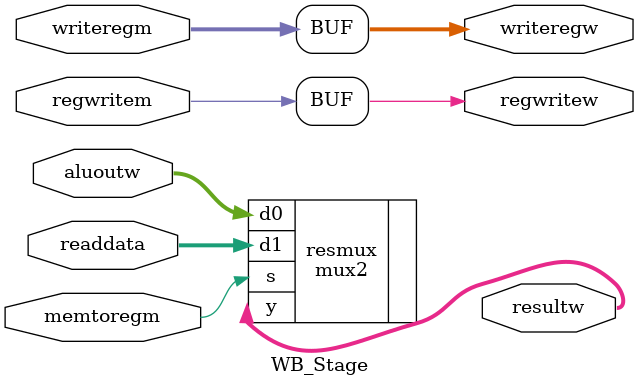
<source format=v>
/*
 * Harold Agnote
 * Professor Joshua Hayter
 * CECS 341 - Sec. 07
 * 3/16/2017
 *
 * Lab 4 - MIPS WriteBack Stage
 *
 */

`timescale 1ns / 1ps

`include "mux2.v"

module WB_Stage(
    input regwritem, memtoregm,
    input   [31:0] aluoutw, readdata,
    input   [4:0]   writeregm,
    output          regwritew,
    output  [4:0]   writeregw,
    output  [31:0]  resultw
    );
    
    assign  regwritew = regwritem,
            writeregw = writeregm;
            
    // register data input selection mux
    mux2 #(32)  resmux(
                        .d0(aluoutw),
                        .d1(readdata),
                        .s(memtoregm),
                        .y(resultw));
                        
endmodule

</source>
